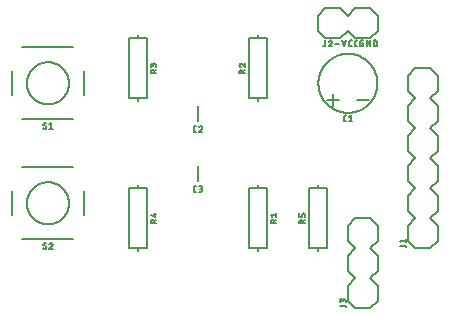
<source format=gbr>
G04 EAGLE Gerber RS-274X export*
G75*
%MOMM*%
%FSLAX34Y34*%
%LPD*%
%INSilkscreen Top*%
%IPPOS*%
%AMOC8*
5,1,8,0,0,1.08239X$1,22.5*%
G01*
%ADD10C,0.203200*%
%ADD11C,0.127000*%


D10*
X254000Y273050D02*
X254000Y285750D01*
D11*
X252504Y263779D02*
X251432Y263779D01*
X251367Y263781D01*
X251303Y263787D01*
X251239Y263797D01*
X251175Y263810D01*
X251113Y263828D01*
X251052Y263849D01*
X250992Y263873D01*
X250934Y263902D01*
X250877Y263934D01*
X250823Y263969D01*
X250771Y264007D01*
X250721Y264049D01*
X250674Y264093D01*
X250630Y264140D01*
X250588Y264190D01*
X250550Y264242D01*
X250515Y264296D01*
X250483Y264353D01*
X250454Y264411D01*
X250430Y264471D01*
X250409Y264532D01*
X250391Y264594D01*
X250378Y264658D01*
X250368Y264722D01*
X250362Y264786D01*
X250360Y264851D01*
X250359Y264851D02*
X250359Y267533D01*
X250360Y267533D02*
X250362Y267598D01*
X250368Y267662D01*
X250378Y267726D01*
X250391Y267790D01*
X250409Y267852D01*
X250430Y267913D01*
X250454Y267973D01*
X250483Y268031D01*
X250515Y268088D01*
X250550Y268142D01*
X250588Y268194D01*
X250630Y268244D01*
X250674Y268291D01*
X250721Y268335D01*
X250771Y268377D01*
X250823Y268415D01*
X250877Y268450D01*
X250934Y268482D01*
X250992Y268511D01*
X251052Y268535D01*
X251113Y268556D01*
X251175Y268574D01*
X251239Y268587D01*
X251303Y268597D01*
X251367Y268603D01*
X251432Y268605D01*
X252504Y268605D01*
X256434Y268605D02*
X256502Y268603D01*
X256569Y268597D01*
X256636Y268588D01*
X256703Y268575D01*
X256768Y268558D01*
X256833Y268537D01*
X256896Y268513D01*
X256958Y268485D01*
X257018Y268454D01*
X257076Y268420D01*
X257132Y268382D01*
X257187Y268342D01*
X257238Y268298D01*
X257287Y268251D01*
X257334Y268202D01*
X257378Y268151D01*
X257418Y268096D01*
X257456Y268040D01*
X257490Y267982D01*
X257521Y267922D01*
X257549Y267860D01*
X257573Y267797D01*
X257594Y267732D01*
X257611Y267667D01*
X257624Y267600D01*
X257633Y267533D01*
X257639Y267466D01*
X257641Y267398D01*
X256434Y268605D02*
X256356Y268603D01*
X256278Y268597D01*
X256201Y268587D01*
X256124Y268574D01*
X256048Y268556D01*
X255973Y268535D01*
X255899Y268510D01*
X255827Y268481D01*
X255756Y268449D01*
X255687Y268413D01*
X255619Y268374D01*
X255554Y268331D01*
X255491Y268285D01*
X255430Y268236D01*
X255372Y268184D01*
X255317Y268129D01*
X255264Y268072D01*
X255215Y268012D01*
X255168Y267949D01*
X255125Y267885D01*
X255085Y267818D01*
X255048Y267749D01*
X255015Y267678D01*
X254985Y267606D01*
X254959Y267533D01*
X257239Y266460D02*
X257288Y266509D01*
X257335Y266561D01*
X257378Y266616D01*
X257419Y266673D01*
X257457Y266732D01*
X257491Y266793D01*
X257522Y266856D01*
X257550Y266920D01*
X257574Y266986D01*
X257594Y267052D01*
X257611Y267120D01*
X257624Y267189D01*
X257633Y267258D01*
X257639Y267328D01*
X257641Y267398D01*
X257239Y266460D02*
X254960Y263779D01*
X257641Y263779D01*
D10*
X254000Y234950D02*
X254000Y222250D01*
D11*
X252504Y212979D02*
X251432Y212979D01*
X251367Y212981D01*
X251303Y212987D01*
X251239Y212997D01*
X251175Y213010D01*
X251113Y213028D01*
X251052Y213049D01*
X250992Y213073D01*
X250934Y213102D01*
X250877Y213134D01*
X250823Y213169D01*
X250771Y213207D01*
X250721Y213249D01*
X250674Y213293D01*
X250630Y213340D01*
X250588Y213390D01*
X250550Y213442D01*
X250515Y213496D01*
X250483Y213553D01*
X250454Y213611D01*
X250430Y213671D01*
X250409Y213732D01*
X250391Y213794D01*
X250378Y213858D01*
X250368Y213922D01*
X250362Y213986D01*
X250360Y214051D01*
X250359Y214051D02*
X250359Y216733D01*
X250360Y216733D02*
X250362Y216798D01*
X250368Y216862D01*
X250378Y216926D01*
X250391Y216990D01*
X250409Y217052D01*
X250430Y217113D01*
X250454Y217173D01*
X250483Y217231D01*
X250515Y217288D01*
X250550Y217342D01*
X250588Y217394D01*
X250630Y217444D01*
X250674Y217491D01*
X250721Y217535D01*
X250771Y217577D01*
X250823Y217615D01*
X250877Y217650D01*
X250934Y217682D01*
X250992Y217711D01*
X251052Y217735D01*
X251113Y217756D01*
X251175Y217774D01*
X251239Y217787D01*
X251303Y217797D01*
X251367Y217803D01*
X251432Y217805D01*
X252504Y217805D01*
X254960Y212979D02*
X256300Y212979D01*
X256371Y212981D01*
X256443Y212987D01*
X256513Y212996D01*
X256583Y213009D01*
X256653Y213026D01*
X256721Y213047D01*
X256788Y213071D01*
X256854Y213099D01*
X256918Y213130D01*
X256981Y213165D01*
X257041Y213203D01*
X257100Y213244D01*
X257156Y213288D01*
X257210Y213335D01*
X257261Y213384D01*
X257309Y213437D01*
X257355Y213492D01*
X257397Y213549D01*
X257437Y213609D01*
X257473Y213670D01*
X257506Y213734D01*
X257535Y213799D01*
X257561Y213865D01*
X257584Y213933D01*
X257603Y214002D01*
X257618Y214072D01*
X257629Y214142D01*
X257637Y214213D01*
X257641Y214284D01*
X257641Y214356D01*
X257637Y214427D01*
X257629Y214498D01*
X257618Y214568D01*
X257603Y214638D01*
X257584Y214707D01*
X257561Y214775D01*
X257535Y214841D01*
X257506Y214906D01*
X257473Y214970D01*
X257437Y215031D01*
X257397Y215091D01*
X257355Y215148D01*
X257309Y215203D01*
X257261Y215256D01*
X257210Y215305D01*
X257156Y215352D01*
X257100Y215396D01*
X257041Y215437D01*
X256981Y215475D01*
X256918Y215510D01*
X256854Y215541D01*
X256788Y215569D01*
X256721Y215593D01*
X256653Y215614D01*
X256583Y215631D01*
X256513Y215644D01*
X256443Y215653D01*
X256371Y215659D01*
X256300Y215661D01*
X256568Y217805D02*
X254960Y217805D01*
X256568Y217805D02*
X256633Y217803D01*
X256697Y217797D01*
X256761Y217787D01*
X256825Y217774D01*
X256887Y217756D01*
X256948Y217735D01*
X257008Y217711D01*
X257066Y217682D01*
X257123Y217650D01*
X257177Y217615D01*
X257229Y217577D01*
X257279Y217535D01*
X257326Y217491D01*
X257370Y217444D01*
X257412Y217394D01*
X257450Y217342D01*
X257485Y217288D01*
X257517Y217231D01*
X257546Y217173D01*
X257570Y217113D01*
X257591Y217052D01*
X257609Y216990D01*
X257622Y216926D01*
X257632Y216862D01*
X257638Y216798D01*
X257640Y216733D01*
X257638Y216668D01*
X257632Y216604D01*
X257622Y216540D01*
X257609Y216476D01*
X257591Y216414D01*
X257570Y216353D01*
X257546Y216293D01*
X257517Y216235D01*
X257485Y216178D01*
X257450Y216124D01*
X257412Y216072D01*
X257370Y216022D01*
X257326Y215975D01*
X257279Y215931D01*
X257229Y215889D01*
X257177Y215851D01*
X257123Y215816D01*
X257066Y215784D01*
X257008Y215755D01*
X256948Y215731D01*
X256887Y215710D01*
X256825Y215692D01*
X256761Y215679D01*
X256697Y215669D01*
X256633Y215663D01*
X256568Y215661D01*
X256568Y215660D02*
X255496Y215660D01*
D10*
X431800Y298450D02*
X438150Y292100D01*
X431800Y298450D02*
X431800Y311150D01*
X438150Y317500D01*
X450850Y317500D02*
X457200Y311150D01*
X457200Y298450D01*
X450850Y292100D01*
X431800Y260350D02*
X431800Y247650D01*
X431800Y260350D02*
X438150Y266700D01*
X450850Y266700D02*
X457200Y260350D01*
X438150Y266700D02*
X431800Y273050D01*
X431800Y285750D01*
X438150Y292100D01*
X450850Y292100D02*
X457200Y285750D01*
X457200Y273050D01*
X450850Y266700D01*
X431800Y222250D02*
X438150Y215900D01*
X431800Y222250D02*
X431800Y234950D01*
X438150Y241300D01*
X450850Y241300D02*
X457200Y234950D01*
X457200Y222250D01*
X450850Y215900D01*
X438150Y241300D02*
X431800Y247650D01*
X450850Y241300D02*
X457200Y247650D01*
X457200Y260350D01*
X431800Y184150D02*
X431800Y171450D01*
X431800Y184150D02*
X438150Y190500D01*
X450850Y190500D02*
X457200Y184150D01*
X438150Y190500D02*
X431800Y196850D01*
X431800Y209550D01*
X438150Y215900D01*
X450850Y215900D02*
X457200Y209550D01*
X457200Y196850D01*
X450850Y190500D01*
X450850Y165100D02*
X438150Y165100D01*
X431800Y171450D01*
X450850Y165100D02*
X457200Y171450D01*
X457200Y184150D01*
X450850Y317500D02*
X438150Y317500D01*
D11*
X428823Y167344D02*
X425069Y167344D01*
X428823Y167343D02*
X428888Y167341D01*
X428952Y167335D01*
X429016Y167325D01*
X429080Y167312D01*
X429142Y167294D01*
X429203Y167273D01*
X429263Y167249D01*
X429321Y167220D01*
X429378Y167188D01*
X429432Y167153D01*
X429484Y167115D01*
X429534Y167073D01*
X429581Y167029D01*
X429625Y166982D01*
X429667Y166932D01*
X429705Y166880D01*
X429740Y166826D01*
X429772Y166769D01*
X429801Y166711D01*
X429825Y166651D01*
X429846Y166590D01*
X429864Y166528D01*
X429877Y166464D01*
X429887Y166400D01*
X429893Y166336D01*
X429895Y166271D01*
X429895Y165735D01*
X426141Y170292D02*
X425069Y171632D01*
X429895Y171632D01*
X429895Y170292D02*
X429895Y172973D01*
D10*
X400050Y342900D02*
X387350Y342900D01*
X381000Y349250D01*
X381000Y361950D02*
X387350Y368300D01*
X381000Y349250D02*
X374650Y342900D01*
X361950Y342900D01*
X355600Y349250D01*
X355600Y361950D02*
X361950Y368300D01*
X374650Y368300D01*
X381000Y361950D01*
X406400Y361950D02*
X406400Y349250D01*
X400050Y342900D01*
X406400Y361950D02*
X400050Y368300D01*
X387350Y368300D01*
X355600Y361950D02*
X355600Y349250D01*
D11*
X361914Y340995D02*
X361914Y337241D01*
X361912Y337176D01*
X361906Y337112D01*
X361896Y337048D01*
X361883Y336984D01*
X361865Y336922D01*
X361844Y336861D01*
X361820Y336801D01*
X361791Y336743D01*
X361759Y336686D01*
X361724Y336632D01*
X361686Y336580D01*
X361644Y336530D01*
X361600Y336483D01*
X361553Y336439D01*
X361503Y336397D01*
X361451Y336359D01*
X361397Y336324D01*
X361340Y336292D01*
X361282Y336263D01*
X361222Y336239D01*
X361161Y336218D01*
X361099Y336200D01*
X361035Y336187D01*
X360971Y336177D01*
X360907Y336171D01*
X360842Y336169D01*
X360306Y336169D01*
X366337Y340995D02*
X366405Y340993D01*
X366472Y340987D01*
X366539Y340978D01*
X366606Y340965D01*
X366671Y340948D01*
X366736Y340927D01*
X366799Y340903D01*
X366861Y340875D01*
X366921Y340844D01*
X366979Y340810D01*
X367035Y340772D01*
X367090Y340732D01*
X367141Y340688D01*
X367190Y340641D01*
X367237Y340592D01*
X367281Y340541D01*
X367321Y340486D01*
X367359Y340430D01*
X367393Y340372D01*
X367424Y340312D01*
X367452Y340250D01*
X367476Y340187D01*
X367497Y340122D01*
X367514Y340057D01*
X367527Y339990D01*
X367536Y339923D01*
X367542Y339856D01*
X367544Y339788D01*
X366337Y340995D02*
X366259Y340993D01*
X366181Y340987D01*
X366104Y340977D01*
X366027Y340964D01*
X365951Y340946D01*
X365876Y340925D01*
X365802Y340900D01*
X365730Y340871D01*
X365659Y340839D01*
X365590Y340803D01*
X365522Y340764D01*
X365457Y340721D01*
X365394Y340675D01*
X365333Y340626D01*
X365275Y340574D01*
X365220Y340519D01*
X365167Y340462D01*
X365118Y340402D01*
X365071Y340339D01*
X365028Y340275D01*
X364988Y340208D01*
X364951Y340139D01*
X364918Y340068D01*
X364888Y339996D01*
X364862Y339923D01*
X367141Y338850D02*
X367190Y338899D01*
X367237Y338951D01*
X367280Y339006D01*
X367321Y339063D01*
X367359Y339122D01*
X367393Y339183D01*
X367424Y339246D01*
X367452Y339310D01*
X367476Y339376D01*
X367496Y339442D01*
X367513Y339510D01*
X367526Y339579D01*
X367535Y339648D01*
X367541Y339718D01*
X367543Y339788D01*
X367141Y338850D02*
X364862Y336169D01*
X367543Y336169D01*
X370446Y338046D02*
X373663Y338046D01*
X376298Y340995D02*
X377907Y336169D01*
X379516Y340995D01*
X383096Y336169D02*
X384169Y336169D01*
X383096Y336169D02*
X383031Y336171D01*
X382967Y336177D01*
X382903Y336187D01*
X382839Y336200D01*
X382777Y336218D01*
X382716Y336239D01*
X382656Y336263D01*
X382598Y336292D01*
X382541Y336324D01*
X382487Y336359D01*
X382435Y336397D01*
X382385Y336439D01*
X382338Y336483D01*
X382294Y336530D01*
X382252Y336580D01*
X382214Y336632D01*
X382179Y336686D01*
X382147Y336743D01*
X382118Y336801D01*
X382094Y336861D01*
X382073Y336922D01*
X382055Y336984D01*
X382042Y337048D01*
X382032Y337112D01*
X382026Y337176D01*
X382024Y337241D01*
X382024Y339923D01*
X382025Y339923D02*
X382027Y339988D01*
X382033Y340052D01*
X382043Y340116D01*
X382056Y340180D01*
X382074Y340242D01*
X382095Y340303D01*
X382119Y340363D01*
X382148Y340421D01*
X382180Y340478D01*
X382215Y340532D01*
X382253Y340584D01*
X382295Y340634D01*
X382339Y340681D01*
X382386Y340725D01*
X382436Y340767D01*
X382488Y340805D01*
X382542Y340840D01*
X382599Y340872D01*
X382657Y340901D01*
X382717Y340925D01*
X382778Y340946D01*
X382840Y340964D01*
X382904Y340977D01*
X382968Y340987D01*
X383032Y340993D01*
X383097Y340995D01*
X383096Y340995D02*
X384169Y340995D01*
X387668Y336169D02*
X388741Y336169D01*
X387668Y336169D02*
X387603Y336171D01*
X387539Y336177D01*
X387475Y336187D01*
X387411Y336200D01*
X387349Y336218D01*
X387288Y336239D01*
X387228Y336263D01*
X387170Y336292D01*
X387113Y336324D01*
X387059Y336359D01*
X387007Y336397D01*
X386957Y336439D01*
X386910Y336483D01*
X386866Y336530D01*
X386824Y336580D01*
X386786Y336632D01*
X386751Y336686D01*
X386719Y336743D01*
X386690Y336801D01*
X386666Y336861D01*
X386645Y336922D01*
X386627Y336984D01*
X386614Y337048D01*
X386604Y337112D01*
X386598Y337176D01*
X386596Y337241D01*
X386596Y339923D01*
X386598Y339988D01*
X386604Y340052D01*
X386614Y340116D01*
X386627Y340180D01*
X386645Y340242D01*
X386666Y340303D01*
X386690Y340363D01*
X386719Y340421D01*
X386751Y340478D01*
X386786Y340532D01*
X386824Y340584D01*
X386866Y340634D01*
X386910Y340681D01*
X386957Y340725D01*
X387007Y340767D01*
X387059Y340805D01*
X387113Y340840D01*
X387170Y340872D01*
X387228Y340901D01*
X387288Y340925D01*
X387349Y340946D01*
X387411Y340964D01*
X387475Y340977D01*
X387539Y340987D01*
X387603Y340993D01*
X387668Y340995D01*
X388741Y340995D01*
X393256Y338850D02*
X394061Y338850D01*
X394061Y336169D01*
X392452Y336169D01*
X392387Y336171D01*
X392323Y336177D01*
X392259Y336187D01*
X392195Y336200D01*
X392133Y336218D01*
X392072Y336239D01*
X392012Y336263D01*
X391954Y336292D01*
X391897Y336324D01*
X391843Y336359D01*
X391791Y336397D01*
X391741Y336439D01*
X391694Y336483D01*
X391650Y336530D01*
X391608Y336580D01*
X391570Y336632D01*
X391535Y336686D01*
X391503Y336743D01*
X391474Y336801D01*
X391450Y336861D01*
X391429Y336922D01*
X391411Y336984D01*
X391398Y337048D01*
X391388Y337112D01*
X391382Y337176D01*
X391380Y337241D01*
X391380Y339923D01*
X391382Y339988D01*
X391388Y340052D01*
X391398Y340116D01*
X391411Y340180D01*
X391429Y340242D01*
X391450Y340303D01*
X391474Y340363D01*
X391503Y340421D01*
X391535Y340478D01*
X391570Y340532D01*
X391608Y340584D01*
X391650Y340634D01*
X391694Y340681D01*
X391741Y340725D01*
X391791Y340767D01*
X391843Y340805D01*
X391897Y340840D01*
X391954Y340872D01*
X392012Y340901D01*
X392072Y340925D01*
X392133Y340946D01*
X392195Y340964D01*
X392259Y340977D01*
X392323Y340987D01*
X392387Y340993D01*
X392452Y340995D01*
X394061Y340995D01*
X397232Y340995D02*
X397232Y336169D01*
X399913Y336169D02*
X397232Y340995D01*
X399913Y340995D02*
X399913Y336169D01*
X403084Y336169D02*
X403084Y340995D01*
X404424Y340995D01*
X404494Y340993D01*
X404564Y340988D01*
X404634Y340978D01*
X404703Y340966D01*
X404771Y340949D01*
X404838Y340929D01*
X404905Y340906D01*
X404969Y340879D01*
X405033Y340849D01*
X405095Y340815D01*
X405154Y340779D01*
X405212Y340739D01*
X405268Y340696D01*
X405321Y340651D01*
X405372Y340602D01*
X405421Y340551D01*
X405466Y340498D01*
X405509Y340442D01*
X405549Y340384D01*
X405585Y340325D01*
X405619Y340263D01*
X405649Y340199D01*
X405676Y340135D01*
X405699Y340068D01*
X405719Y340001D01*
X405736Y339933D01*
X405748Y339864D01*
X405758Y339794D01*
X405763Y339724D01*
X405765Y339654D01*
X405765Y337510D01*
X405763Y337440D01*
X405758Y337370D01*
X405748Y337300D01*
X405736Y337231D01*
X405719Y337163D01*
X405699Y337096D01*
X405676Y337029D01*
X405649Y336965D01*
X405619Y336901D01*
X405585Y336839D01*
X405549Y336780D01*
X405509Y336722D01*
X405466Y336666D01*
X405421Y336613D01*
X405372Y336562D01*
X405321Y336513D01*
X405268Y336468D01*
X405212Y336425D01*
X405154Y336385D01*
X405094Y336349D01*
X405033Y336315D01*
X404969Y336285D01*
X404905Y336258D01*
X404838Y336235D01*
X404771Y336215D01*
X404703Y336198D01*
X404634Y336186D01*
X404564Y336176D01*
X404494Y336171D01*
X404424Y336169D01*
X403084Y336169D01*
D10*
X381000Y171450D02*
X387350Y165100D01*
X381000Y171450D02*
X381000Y184150D01*
X387350Y190500D01*
X400050Y190500D02*
X406400Y184150D01*
X406400Y171450D01*
X400050Y165100D01*
X381000Y133350D02*
X381000Y120650D01*
X381000Y133350D02*
X387350Y139700D01*
X400050Y139700D02*
X406400Y133350D01*
X387350Y139700D02*
X381000Y146050D01*
X381000Y158750D01*
X387350Y165100D01*
X400050Y165100D02*
X406400Y158750D01*
X406400Y146050D01*
X400050Y139700D01*
X400050Y114300D02*
X387350Y114300D01*
X381000Y120650D01*
X400050Y114300D02*
X406400Y120650D01*
X406400Y133350D01*
X400050Y190500D02*
X387350Y190500D01*
D11*
X378023Y116544D02*
X374269Y116544D01*
X378023Y116543D02*
X378088Y116541D01*
X378152Y116535D01*
X378216Y116525D01*
X378280Y116512D01*
X378342Y116494D01*
X378403Y116473D01*
X378463Y116449D01*
X378521Y116420D01*
X378578Y116388D01*
X378632Y116353D01*
X378684Y116315D01*
X378734Y116273D01*
X378781Y116229D01*
X378825Y116182D01*
X378867Y116132D01*
X378905Y116080D01*
X378940Y116026D01*
X378972Y115969D01*
X379001Y115911D01*
X379025Y115851D01*
X379046Y115790D01*
X379064Y115728D01*
X379077Y115664D01*
X379087Y115600D01*
X379093Y115536D01*
X379095Y115471D01*
X379095Y114935D01*
X379095Y119492D02*
X379095Y120832D01*
X379093Y120903D01*
X379087Y120975D01*
X379078Y121045D01*
X379065Y121115D01*
X379048Y121185D01*
X379027Y121253D01*
X379003Y121320D01*
X378975Y121386D01*
X378944Y121450D01*
X378909Y121513D01*
X378871Y121573D01*
X378830Y121632D01*
X378786Y121688D01*
X378739Y121742D01*
X378690Y121793D01*
X378637Y121841D01*
X378582Y121887D01*
X378525Y121929D01*
X378465Y121969D01*
X378404Y122005D01*
X378340Y122038D01*
X378275Y122067D01*
X378209Y122093D01*
X378141Y122116D01*
X378072Y122135D01*
X378002Y122150D01*
X377932Y122161D01*
X377861Y122169D01*
X377790Y122173D01*
X377718Y122173D01*
X377647Y122169D01*
X377576Y122161D01*
X377506Y122150D01*
X377436Y122135D01*
X377367Y122116D01*
X377299Y122093D01*
X377233Y122067D01*
X377168Y122038D01*
X377104Y122005D01*
X377043Y121969D01*
X376983Y121929D01*
X376926Y121887D01*
X376871Y121841D01*
X376818Y121793D01*
X376769Y121742D01*
X376722Y121688D01*
X376678Y121632D01*
X376637Y121573D01*
X376599Y121513D01*
X376564Y121450D01*
X376533Y121386D01*
X376505Y121320D01*
X376481Y121253D01*
X376460Y121185D01*
X376443Y121115D01*
X376430Y121045D01*
X376421Y120975D01*
X376415Y120903D01*
X376413Y120832D01*
X374269Y121100D02*
X374269Y119492D01*
X374269Y121100D02*
X374271Y121165D01*
X374277Y121229D01*
X374287Y121293D01*
X374300Y121357D01*
X374318Y121419D01*
X374339Y121480D01*
X374363Y121540D01*
X374392Y121598D01*
X374424Y121655D01*
X374459Y121709D01*
X374497Y121761D01*
X374539Y121811D01*
X374583Y121858D01*
X374630Y121902D01*
X374680Y121944D01*
X374732Y121982D01*
X374786Y122017D01*
X374843Y122049D01*
X374901Y122078D01*
X374961Y122102D01*
X375022Y122123D01*
X375084Y122141D01*
X375148Y122154D01*
X375212Y122164D01*
X375276Y122170D01*
X375341Y122172D01*
X375406Y122170D01*
X375470Y122164D01*
X375534Y122154D01*
X375598Y122141D01*
X375660Y122123D01*
X375721Y122102D01*
X375781Y122078D01*
X375839Y122049D01*
X375896Y122017D01*
X375950Y121982D01*
X376002Y121944D01*
X376052Y121902D01*
X376099Y121858D01*
X376143Y121811D01*
X376185Y121761D01*
X376223Y121709D01*
X376258Y121655D01*
X376290Y121598D01*
X376319Y121540D01*
X376343Y121480D01*
X376364Y121419D01*
X376382Y121357D01*
X376395Y121293D01*
X376405Y121229D01*
X376411Y121165D01*
X376413Y121100D01*
X376414Y121100D02*
X376414Y120028D01*
D10*
X312420Y165100D02*
X312420Y215900D01*
X312420Y165100D02*
X304800Y165100D01*
X297180Y165100D01*
X297180Y215900D01*
X304800Y215900D01*
X312420Y215900D01*
X304800Y165100D02*
X304800Y162560D01*
X304800Y215900D02*
X304800Y218440D01*
D11*
X315595Y186448D02*
X320421Y186448D01*
X315595Y186448D02*
X315595Y187789D01*
X315597Y187860D01*
X315603Y187932D01*
X315612Y188002D01*
X315625Y188072D01*
X315642Y188142D01*
X315663Y188210D01*
X315687Y188277D01*
X315715Y188343D01*
X315746Y188407D01*
X315781Y188470D01*
X315819Y188530D01*
X315860Y188589D01*
X315904Y188645D01*
X315951Y188699D01*
X316000Y188750D01*
X316053Y188798D01*
X316108Y188844D01*
X316165Y188886D01*
X316225Y188926D01*
X316286Y188962D01*
X316350Y188995D01*
X316415Y189024D01*
X316481Y189050D01*
X316549Y189073D01*
X316618Y189092D01*
X316688Y189107D01*
X316758Y189118D01*
X316829Y189126D01*
X316900Y189130D01*
X316972Y189130D01*
X317043Y189126D01*
X317114Y189118D01*
X317184Y189107D01*
X317254Y189092D01*
X317323Y189073D01*
X317391Y189050D01*
X317457Y189024D01*
X317522Y188995D01*
X317586Y188962D01*
X317647Y188926D01*
X317707Y188886D01*
X317764Y188844D01*
X317819Y188798D01*
X317872Y188750D01*
X317921Y188699D01*
X317968Y188645D01*
X318012Y188589D01*
X318053Y188530D01*
X318091Y188470D01*
X318126Y188407D01*
X318157Y188343D01*
X318185Y188277D01*
X318209Y188210D01*
X318230Y188142D01*
X318247Y188072D01*
X318260Y188002D01*
X318269Y187932D01*
X318275Y187860D01*
X318277Y187789D01*
X318276Y187789D02*
X318276Y186448D01*
X318276Y188057D02*
X320421Y189129D01*
X316667Y191871D02*
X315595Y193211D01*
X320421Y193211D01*
X320421Y191871D02*
X320421Y194552D01*
D10*
X297180Y292100D02*
X297180Y342900D01*
X304800Y342900D01*
X312420Y342900D01*
X312420Y292100D01*
X304800Y292100D01*
X297180Y292100D01*
X304800Y342900D02*
X304800Y345440D01*
X304800Y292100D02*
X304800Y289560D01*
D11*
X294005Y313448D02*
X289179Y313448D01*
X289179Y314789D01*
X289181Y314860D01*
X289187Y314932D01*
X289196Y315002D01*
X289209Y315072D01*
X289226Y315142D01*
X289247Y315210D01*
X289271Y315277D01*
X289299Y315343D01*
X289330Y315407D01*
X289365Y315470D01*
X289403Y315530D01*
X289444Y315589D01*
X289488Y315645D01*
X289535Y315699D01*
X289584Y315750D01*
X289637Y315798D01*
X289692Y315844D01*
X289749Y315886D01*
X289809Y315926D01*
X289870Y315962D01*
X289934Y315995D01*
X289999Y316024D01*
X290065Y316050D01*
X290133Y316073D01*
X290202Y316092D01*
X290272Y316107D01*
X290342Y316118D01*
X290413Y316126D01*
X290484Y316130D01*
X290556Y316130D01*
X290627Y316126D01*
X290698Y316118D01*
X290768Y316107D01*
X290838Y316092D01*
X290907Y316073D01*
X290975Y316050D01*
X291041Y316024D01*
X291106Y315995D01*
X291170Y315962D01*
X291231Y315926D01*
X291291Y315886D01*
X291348Y315844D01*
X291403Y315798D01*
X291456Y315750D01*
X291505Y315699D01*
X291552Y315645D01*
X291596Y315589D01*
X291637Y315530D01*
X291675Y315470D01*
X291710Y315407D01*
X291741Y315343D01*
X291769Y315277D01*
X291793Y315210D01*
X291814Y315142D01*
X291831Y315072D01*
X291844Y315002D01*
X291853Y314932D01*
X291859Y314860D01*
X291861Y314789D01*
X291860Y314789D02*
X291860Y313448D01*
X291860Y315057D02*
X294005Y316129D01*
X289179Y320345D02*
X289181Y320413D01*
X289187Y320480D01*
X289196Y320547D01*
X289209Y320614D01*
X289226Y320679D01*
X289247Y320744D01*
X289271Y320807D01*
X289299Y320869D01*
X289330Y320929D01*
X289364Y320987D01*
X289402Y321043D01*
X289442Y321098D01*
X289486Y321149D01*
X289533Y321198D01*
X289582Y321245D01*
X289633Y321289D01*
X289688Y321329D01*
X289744Y321367D01*
X289802Y321401D01*
X289862Y321432D01*
X289924Y321460D01*
X289987Y321484D01*
X290052Y321505D01*
X290117Y321522D01*
X290184Y321535D01*
X290251Y321544D01*
X290318Y321550D01*
X290386Y321552D01*
X289179Y320345D02*
X289181Y320267D01*
X289187Y320189D01*
X289197Y320112D01*
X289210Y320035D01*
X289228Y319959D01*
X289249Y319884D01*
X289274Y319810D01*
X289303Y319738D01*
X289335Y319667D01*
X289371Y319598D01*
X289410Y319530D01*
X289453Y319465D01*
X289499Y319402D01*
X289548Y319341D01*
X289600Y319283D01*
X289655Y319228D01*
X289712Y319175D01*
X289772Y319126D01*
X289835Y319079D01*
X289900Y319036D01*
X289966Y318996D01*
X290035Y318959D01*
X290106Y318926D01*
X290178Y318896D01*
X290252Y318870D01*
X291324Y321150D02*
X291275Y321199D01*
X291223Y321246D01*
X291168Y321289D01*
X291111Y321330D01*
X291052Y321368D01*
X290991Y321402D01*
X290928Y321433D01*
X290864Y321461D01*
X290798Y321485D01*
X290732Y321505D01*
X290664Y321522D01*
X290595Y321535D01*
X290526Y321544D01*
X290456Y321550D01*
X290386Y321552D01*
X291324Y321150D02*
X294005Y318871D01*
X294005Y321552D01*
D10*
X210820Y342900D02*
X210820Y292100D01*
X203200Y292100D01*
X195580Y292100D01*
X195580Y342900D01*
X203200Y342900D01*
X210820Y342900D01*
X203200Y292100D02*
X203200Y289560D01*
X203200Y342900D02*
X203200Y345440D01*
D11*
X213995Y313448D02*
X218821Y313448D01*
X213995Y313448D02*
X213995Y314789D01*
X213997Y314860D01*
X214003Y314932D01*
X214012Y315002D01*
X214025Y315072D01*
X214042Y315142D01*
X214063Y315210D01*
X214087Y315277D01*
X214115Y315343D01*
X214146Y315407D01*
X214181Y315470D01*
X214219Y315530D01*
X214260Y315589D01*
X214304Y315645D01*
X214351Y315699D01*
X214400Y315750D01*
X214453Y315798D01*
X214508Y315844D01*
X214565Y315886D01*
X214625Y315926D01*
X214686Y315962D01*
X214750Y315995D01*
X214815Y316024D01*
X214881Y316050D01*
X214949Y316073D01*
X215018Y316092D01*
X215088Y316107D01*
X215158Y316118D01*
X215229Y316126D01*
X215300Y316130D01*
X215372Y316130D01*
X215443Y316126D01*
X215514Y316118D01*
X215584Y316107D01*
X215654Y316092D01*
X215723Y316073D01*
X215791Y316050D01*
X215857Y316024D01*
X215922Y315995D01*
X215986Y315962D01*
X216047Y315926D01*
X216107Y315886D01*
X216164Y315844D01*
X216219Y315798D01*
X216272Y315750D01*
X216321Y315699D01*
X216368Y315645D01*
X216412Y315589D01*
X216453Y315530D01*
X216491Y315470D01*
X216526Y315407D01*
X216557Y315343D01*
X216585Y315277D01*
X216609Y315210D01*
X216630Y315142D01*
X216647Y315072D01*
X216660Y315002D01*
X216669Y314932D01*
X216675Y314860D01*
X216677Y314789D01*
X216676Y314789D02*
X216676Y313448D01*
X216676Y315057D02*
X218821Y316129D01*
X218821Y318871D02*
X218821Y320211D01*
X218819Y320282D01*
X218813Y320354D01*
X218804Y320424D01*
X218791Y320494D01*
X218774Y320564D01*
X218753Y320632D01*
X218729Y320699D01*
X218701Y320765D01*
X218670Y320829D01*
X218635Y320892D01*
X218597Y320952D01*
X218556Y321011D01*
X218512Y321067D01*
X218465Y321121D01*
X218416Y321172D01*
X218363Y321220D01*
X218308Y321266D01*
X218251Y321308D01*
X218191Y321348D01*
X218130Y321384D01*
X218066Y321417D01*
X218001Y321446D01*
X217935Y321472D01*
X217867Y321495D01*
X217798Y321514D01*
X217728Y321529D01*
X217658Y321540D01*
X217587Y321548D01*
X217516Y321552D01*
X217444Y321552D01*
X217373Y321548D01*
X217302Y321540D01*
X217232Y321529D01*
X217162Y321514D01*
X217093Y321495D01*
X217025Y321472D01*
X216959Y321446D01*
X216894Y321417D01*
X216830Y321384D01*
X216769Y321348D01*
X216709Y321308D01*
X216652Y321266D01*
X216597Y321220D01*
X216544Y321172D01*
X216495Y321121D01*
X216448Y321067D01*
X216404Y321011D01*
X216363Y320952D01*
X216325Y320892D01*
X216290Y320829D01*
X216259Y320765D01*
X216231Y320699D01*
X216207Y320632D01*
X216186Y320564D01*
X216169Y320494D01*
X216156Y320424D01*
X216147Y320354D01*
X216141Y320282D01*
X216139Y320211D01*
X213995Y320479D02*
X213995Y318871D01*
X213995Y320479D02*
X213997Y320544D01*
X214003Y320608D01*
X214013Y320672D01*
X214026Y320736D01*
X214044Y320798D01*
X214065Y320859D01*
X214089Y320919D01*
X214118Y320977D01*
X214150Y321034D01*
X214185Y321088D01*
X214223Y321140D01*
X214265Y321190D01*
X214309Y321237D01*
X214356Y321281D01*
X214406Y321323D01*
X214458Y321361D01*
X214512Y321396D01*
X214569Y321428D01*
X214627Y321457D01*
X214687Y321481D01*
X214748Y321502D01*
X214810Y321520D01*
X214874Y321533D01*
X214938Y321543D01*
X215002Y321549D01*
X215067Y321551D01*
X215132Y321549D01*
X215196Y321543D01*
X215260Y321533D01*
X215324Y321520D01*
X215386Y321502D01*
X215447Y321481D01*
X215507Y321457D01*
X215565Y321428D01*
X215622Y321396D01*
X215676Y321361D01*
X215728Y321323D01*
X215778Y321281D01*
X215825Y321237D01*
X215869Y321190D01*
X215911Y321140D01*
X215949Y321088D01*
X215984Y321034D01*
X216016Y320977D01*
X216045Y320919D01*
X216069Y320859D01*
X216090Y320798D01*
X216108Y320736D01*
X216121Y320672D01*
X216131Y320608D01*
X216137Y320544D01*
X216139Y320479D01*
X216140Y320479D02*
X216140Y319407D01*
D10*
X210820Y215900D02*
X210820Y165100D01*
X203200Y165100D01*
X195580Y165100D01*
X195580Y215900D01*
X203200Y215900D01*
X210820Y215900D01*
X203200Y165100D02*
X203200Y162560D01*
X203200Y215900D02*
X203200Y218440D01*
D11*
X213995Y186448D02*
X218821Y186448D01*
X213995Y186448D02*
X213995Y187789D01*
X213997Y187860D01*
X214003Y187932D01*
X214012Y188002D01*
X214025Y188072D01*
X214042Y188142D01*
X214063Y188210D01*
X214087Y188277D01*
X214115Y188343D01*
X214146Y188407D01*
X214181Y188470D01*
X214219Y188530D01*
X214260Y188589D01*
X214304Y188645D01*
X214351Y188699D01*
X214400Y188750D01*
X214453Y188798D01*
X214508Y188844D01*
X214565Y188886D01*
X214625Y188926D01*
X214686Y188962D01*
X214750Y188995D01*
X214815Y189024D01*
X214881Y189050D01*
X214949Y189073D01*
X215018Y189092D01*
X215088Y189107D01*
X215158Y189118D01*
X215229Y189126D01*
X215300Y189130D01*
X215372Y189130D01*
X215443Y189126D01*
X215514Y189118D01*
X215584Y189107D01*
X215654Y189092D01*
X215723Y189073D01*
X215791Y189050D01*
X215857Y189024D01*
X215922Y188995D01*
X215986Y188962D01*
X216047Y188926D01*
X216107Y188886D01*
X216164Y188844D01*
X216219Y188798D01*
X216272Y188750D01*
X216321Y188699D01*
X216368Y188645D01*
X216412Y188589D01*
X216453Y188530D01*
X216491Y188470D01*
X216526Y188407D01*
X216557Y188343D01*
X216585Y188277D01*
X216609Y188210D01*
X216630Y188142D01*
X216647Y188072D01*
X216660Y188002D01*
X216669Y187932D01*
X216675Y187860D01*
X216677Y187789D01*
X216676Y187789D02*
X216676Y186448D01*
X216676Y188057D02*
X218821Y189129D01*
X217749Y191871D02*
X213995Y192943D01*
X217749Y191871D02*
X217749Y194552D01*
X216676Y193748D02*
X218821Y193748D01*
D10*
X347980Y215900D02*
X347980Y165100D01*
X347980Y215900D02*
X355600Y215900D01*
X363220Y215900D01*
X363220Y165100D01*
X355600Y165100D01*
X347980Y165100D01*
X355600Y215900D02*
X355600Y218440D01*
X355600Y165100D02*
X355600Y162560D01*
D11*
X344805Y186448D02*
X339979Y186448D01*
X339979Y187789D01*
X339981Y187860D01*
X339987Y187932D01*
X339996Y188002D01*
X340009Y188072D01*
X340026Y188142D01*
X340047Y188210D01*
X340071Y188277D01*
X340099Y188343D01*
X340130Y188407D01*
X340165Y188470D01*
X340203Y188530D01*
X340244Y188589D01*
X340288Y188645D01*
X340335Y188699D01*
X340384Y188750D01*
X340437Y188798D01*
X340492Y188844D01*
X340549Y188886D01*
X340609Y188926D01*
X340670Y188962D01*
X340734Y188995D01*
X340799Y189024D01*
X340865Y189050D01*
X340933Y189073D01*
X341002Y189092D01*
X341072Y189107D01*
X341142Y189118D01*
X341213Y189126D01*
X341284Y189130D01*
X341356Y189130D01*
X341427Y189126D01*
X341498Y189118D01*
X341568Y189107D01*
X341638Y189092D01*
X341707Y189073D01*
X341775Y189050D01*
X341841Y189024D01*
X341906Y188995D01*
X341970Y188962D01*
X342031Y188926D01*
X342091Y188886D01*
X342148Y188844D01*
X342203Y188798D01*
X342256Y188750D01*
X342305Y188699D01*
X342352Y188645D01*
X342396Y188589D01*
X342437Y188530D01*
X342475Y188470D01*
X342510Y188407D01*
X342541Y188343D01*
X342569Y188277D01*
X342593Y188210D01*
X342614Y188142D01*
X342631Y188072D01*
X342644Y188002D01*
X342653Y187932D01*
X342659Y187860D01*
X342661Y187789D01*
X342660Y187789D02*
X342660Y186448D01*
X342660Y188057D02*
X344805Y189129D01*
X344805Y191871D02*
X344805Y193479D01*
X344803Y193544D01*
X344797Y193608D01*
X344787Y193672D01*
X344774Y193736D01*
X344756Y193798D01*
X344735Y193859D01*
X344711Y193919D01*
X344682Y193977D01*
X344650Y194034D01*
X344615Y194088D01*
X344577Y194140D01*
X344535Y194190D01*
X344491Y194237D01*
X344444Y194281D01*
X344394Y194323D01*
X344342Y194361D01*
X344288Y194396D01*
X344231Y194428D01*
X344173Y194457D01*
X344113Y194481D01*
X344052Y194502D01*
X343990Y194520D01*
X343926Y194533D01*
X343862Y194543D01*
X343798Y194549D01*
X343733Y194551D01*
X343733Y194552D02*
X343196Y194552D01*
X343196Y194551D02*
X343131Y194549D01*
X343067Y194543D01*
X343003Y194533D01*
X342939Y194520D01*
X342877Y194502D01*
X342816Y194481D01*
X342756Y194457D01*
X342698Y194428D01*
X342641Y194396D01*
X342587Y194361D01*
X342535Y194323D01*
X342485Y194281D01*
X342438Y194237D01*
X342394Y194190D01*
X342352Y194140D01*
X342314Y194088D01*
X342279Y194034D01*
X342247Y193977D01*
X342218Y193919D01*
X342194Y193859D01*
X342173Y193798D01*
X342155Y193736D01*
X342142Y193672D01*
X342132Y193608D01*
X342126Y193544D01*
X342124Y193479D01*
X342124Y191871D01*
X339979Y191871D01*
X339979Y194552D01*
D10*
X148590Y274320D02*
X105410Y274320D01*
X105410Y335280D02*
X148590Y335280D01*
X96520Y314960D02*
X96520Y294820D01*
X157480Y294520D02*
X157480Y314960D01*
X109220Y304800D02*
X109225Y305236D01*
X109241Y305672D01*
X109268Y306108D01*
X109306Y306543D01*
X109354Y306976D01*
X109412Y307409D01*
X109482Y307840D01*
X109562Y308269D01*
X109652Y308696D01*
X109753Y309120D01*
X109864Y309542D01*
X109986Y309961D01*
X110117Y310377D01*
X110259Y310790D01*
X110411Y311199D01*
X110573Y311604D01*
X110745Y312005D01*
X110927Y312402D01*
X111118Y312794D01*
X111319Y313181D01*
X111530Y313564D01*
X111750Y313941D01*
X111979Y314312D01*
X112216Y314678D01*
X112463Y315038D01*
X112719Y315392D01*
X112983Y315739D01*
X113256Y316080D01*
X113537Y316413D01*
X113826Y316740D01*
X114123Y317060D01*
X114428Y317372D01*
X114740Y317677D01*
X115060Y317974D01*
X115387Y318263D01*
X115720Y318544D01*
X116061Y318817D01*
X116408Y319081D01*
X116762Y319337D01*
X117122Y319584D01*
X117488Y319821D01*
X117859Y320050D01*
X118236Y320270D01*
X118619Y320481D01*
X119006Y320682D01*
X119398Y320873D01*
X119795Y321055D01*
X120196Y321227D01*
X120601Y321389D01*
X121010Y321541D01*
X121423Y321683D01*
X121839Y321814D01*
X122258Y321936D01*
X122680Y322047D01*
X123104Y322148D01*
X123531Y322238D01*
X123960Y322318D01*
X124391Y322388D01*
X124824Y322446D01*
X125257Y322494D01*
X125692Y322532D01*
X126128Y322559D01*
X126564Y322575D01*
X127000Y322580D01*
X127436Y322575D01*
X127872Y322559D01*
X128308Y322532D01*
X128743Y322494D01*
X129176Y322446D01*
X129609Y322388D01*
X130040Y322318D01*
X130469Y322238D01*
X130896Y322148D01*
X131320Y322047D01*
X131742Y321936D01*
X132161Y321814D01*
X132577Y321683D01*
X132990Y321541D01*
X133399Y321389D01*
X133804Y321227D01*
X134205Y321055D01*
X134602Y320873D01*
X134994Y320682D01*
X135381Y320481D01*
X135764Y320270D01*
X136141Y320050D01*
X136512Y319821D01*
X136878Y319584D01*
X137238Y319337D01*
X137592Y319081D01*
X137939Y318817D01*
X138280Y318544D01*
X138613Y318263D01*
X138940Y317974D01*
X139260Y317677D01*
X139572Y317372D01*
X139877Y317060D01*
X140174Y316740D01*
X140463Y316413D01*
X140744Y316080D01*
X141017Y315739D01*
X141281Y315392D01*
X141537Y315038D01*
X141784Y314678D01*
X142021Y314312D01*
X142250Y313941D01*
X142470Y313564D01*
X142681Y313181D01*
X142882Y312794D01*
X143073Y312402D01*
X143255Y312005D01*
X143427Y311604D01*
X143589Y311199D01*
X143741Y310790D01*
X143883Y310377D01*
X144014Y309961D01*
X144136Y309542D01*
X144247Y309120D01*
X144348Y308696D01*
X144438Y308269D01*
X144518Y307840D01*
X144588Y307409D01*
X144646Y306976D01*
X144694Y306543D01*
X144732Y306108D01*
X144759Y305672D01*
X144775Y305236D01*
X144780Y304800D01*
X144775Y304364D01*
X144759Y303928D01*
X144732Y303492D01*
X144694Y303057D01*
X144646Y302624D01*
X144588Y302191D01*
X144518Y301760D01*
X144438Y301331D01*
X144348Y300904D01*
X144247Y300480D01*
X144136Y300058D01*
X144014Y299639D01*
X143883Y299223D01*
X143741Y298810D01*
X143589Y298401D01*
X143427Y297996D01*
X143255Y297595D01*
X143073Y297198D01*
X142882Y296806D01*
X142681Y296419D01*
X142470Y296036D01*
X142250Y295659D01*
X142021Y295288D01*
X141784Y294922D01*
X141537Y294562D01*
X141281Y294208D01*
X141017Y293861D01*
X140744Y293520D01*
X140463Y293187D01*
X140174Y292860D01*
X139877Y292540D01*
X139572Y292228D01*
X139260Y291923D01*
X138940Y291626D01*
X138613Y291337D01*
X138280Y291056D01*
X137939Y290783D01*
X137592Y290519D01*
X137238Y290263D01*
X136878Y290016D01*
X136512Y289779D01*
X136141Y289550D01*
X135764Y289330D01*
X135381Y289119D01*
X134994Y288918D01*
X134602Y288727D01*
X134205Y288545D01*
X133804Y288373D01*
X133399Y288211D01*
X132990Y288059D01*
X132577Y287917D01*
X132161Y287786D01*
X131742Y287664D01*
X131320Y287553D01*
X130896Y287452D01*
X130469Y287362D01*
X130040Y287282D01*
X129609Y287212D01*
X129176Y287154D01*
X128743Y287106D01*
X128308Y287068D01*
X127872Y287041D01*
X127436Y287025D01*
X127000Y287020D01*
X126564Y287025D01*
X126128Y287041D01*
X125692Y287068D01*
X125257Y287106D01*
X124824Y287154D01*
X124391Y287212D01*
X123960Y287282D01*
X123531Y287362D01*
X123104Y287452D01*
X122680Y287553D01*
X122258Y287664D01*
X121839Y287786D01*
X121423Y287917D01*
X121010Y288059D01*
X120601Y288211D01*
X120196Y288373D01*
X119795Y288545D01*
X119398Y288727D01*
X119006Y288918D01*
X118619Y289119D01*
X118236Y289330D01*
X117859Y289550D01*
X117488Y289779D01*
X117122Y290016D01*
X116762Y290263D01*
X116408Y290519D01*
X116061Y290783D01*
X115720Y291056D01*
X115387Y291337D01*
X115060Y291626D01*
X114740Y291923D01*
X114428Y292228D01*
X114123Y292540D01*
X113826Y292860D01*
X113537Y293187D01*
X113256Y293520D01*
X112983Y293861D01*
X112719Y294208D01*
X112463Y294562D01*
X112216Y294922D01*
X111979Y295288D01*
X111750Y295659D01*
X111530Y296036D01*
X111319Y296419D01*
X111118Y296806D01*
X110927Y297198D01*
X110745Y297595D01*
X110573Y297996D01*
X110411Y298401D01*
X110259Y298810D01*
X110117Y299223D01*
X109986Y299639D01*
X109864Y300058D01*
X109753Y300480D01*
X109652Y300904D01*
X109562Y301331D01*
X109482Y301760D01*
X109412Y302191D01*
X109354Y302624D01*
X109306Y303057D01*
X109268Y303492D01*
X109241Y303928D01*
X109225Y304364D01*
X109220Y304800D01*
D11*
X125688Y267391D02*
X125686Y267326D01*
X125680Y267262D01*
X125670Y267198D01*
X125657Y267134D01*
X125639Y267072D01*
X125618Y267011D01*
X125594Y266951D01*
X125565Y266893D01*
X125533Y266836D01*
X125498Y266782D01*
X125460Y266730D01*
X125418Y266680D01*
X125374Y266633D01*
X125327Y266589D01*
X125277Y266547D01*
X125225Y266509D01*
X125171Y266474D01*
X125114Y266442D01*
X125056Y266413D01*
X124996Y266389D01*
X124935Y266368D01*
X124873Y266350D01*
X124809Y266337D01*
X124745Y266327D01*
X124681Y266321D01*
X124616Y266319D01*
X124522Y266321D01*
X124428Y266327D01*
X124334Y266337D01*
X124241Y266350D01*
X124149Y266368D01*
X124057Y266389D01*
X123966Y266414D01*
X123876Y266443D01*
X123788Y266476D01*
X123701Y266512D01*
X123616Y266552D01*
X123532Y266595D01*
X123451Y266642D01*
X123371Y266692D01*
X123293Y266745D01*
X123218Y266802D01*
X123145Y266861D01*
X123075Y266924D01*
X123007Y266989D01*
X123142Y270073D02*
X123144Y270138D01*
X123150Y270202D01*
X123160Y270266D01*
X123173Y270330D01*
X123191Y270392D01*
X123212Y270453D01*
X123236Y270513D01*
X123265Y270571D01*
X123297Y270628D01*
X123332Y270682D01*
X123370Y270734D01*
X123412Y270784D01*
X123456Y270831D01*
X123503Y270875D01*
X123553Y270917D01*
X123605Y270955D01*
X123659Y270990D01*
X123716Y271022D01*
X123774Y271051D01*
X123834Y271075D01*
X123895Y271096D01*
X123957Y271114D01*
X124021Y271127D01*
X124085Y271137D01*
X124149Y271143D01*
X124214Y271145D01*
X124300Y271143D01*
X124386Y271138D01*
X124472Y271128D01*
X124557Y271115D01*
X124642Y271099D01*
X124726Y271079D01*
X124809Y271055D01*
X124891Y271028D01*
X124971Y270997D01*
X125051Y270963D01*
X125128Y270925D01*
X125204Y270884D01*
X125278Y270840D01*
X125350Y270793D01*
X125421Y270743D01*
X123678Y269135D02*
X123625Y269168D01*
X123574Y269205D01*
X123525Y269244D01*
X123478Y269286D01*
X123434Y269331D01*
X123393Y269378D01*
X123354Y269427D01*
X123318Y269479D01*
X123285Y269533D01*
X123256Y269588D01*
X123230Y269645D01*
X123207Y269704D01*
X123187Y269763D01*
X123171Y269824D01*
X123158Y269885D01*
X123149Y269948D01*
X123144Y270010D01*
X123142Y270073D01*
X125153Y268329D02*
X125206Y268296D01*
X125257Y268259D01*
X125306Y268220D01*
X125353Y268178D01*
X125397Y268133D01*
X125438Y268086D01*
X125477Y268037D01*
X125513Y267985D01*
X125546Y267931D01*
X125575Y267876D01*
X125601Y267819D01*
X125624Y267760D01*
X125644Y267701D01*
X125660Y267640D01*
X125673Y267579D01*
X125682Y267516D01*
X125687Y267454D01*
X125689Y267391D01*
X125153Y268330D02*
X123678Y269134D01*
X128311Y270073D02*
X129652Y271145D01*
X129652Y266319D01*
X130992Y266319D02*
X128311Y266319D01*
D10*
X148590Y172720D02*
X105410Y172720D01*
X105410Y233680D02*
X148590Y233680D01*
X96520Y213360D02*
X96520Y193220D01*
X157480Y192920D02*
X157480Y213360D01*
X109220Y203200D02*
X109225Y203636D01*
X109241Y204072D01*
X109268Y204508D01*
X109306Y204943D01*
X109354Y205376D01*
X109412Y205809D01*
X109482Y206240D01*
X109562Y206669D01*
X109652Y207096D01*
X109753Y207520D01*
X109864Y207942D01*
X109986Y208361D01*
X110117Y208777D01*
X110259Y209190D01*
X110411Y209599D01*
X110573Y210004D01*
X110745Y210405D01*
X110927Y210802D01*
X111118Y211194D01*
X111319Y211581D01*
X111530Y211964D01*
X111750Y212341D01*
X111979Y212712D01*
X112216Y213078D01*
X112463Y213438D01*
X112719Y213792D01*
X112983Y214139D01*
X113256Y214480D01*
X113537Y214813D01*
X113826Y215140D01*
X114123Y215460D01*
X114428Y215772D01*
X114740Y216077D01*
X115060Y216374D01*
X115387Y216663D01*
X115720Y216944D01*
X116061Y217217D01*
X116408Y217481D01*
X116762Y217737D01*
X117122Y217984D01*
X117488Y218221D01*
X117859Y218450D01*
X118236Y218670D01*
X118619Y218881D01*
X119006Y219082D01*
X119398Y219273D01*
X119795Y219455D01*
X120196Y219627D01*
X120601Y219789D01*
X121010Y219941D01*
X121423Y220083D01*
X121839Y220214D01*
X122258Y220336D01*
X122680Y220447D01*
X123104Y220548D01*
X123531Y220638D01*
X123960Y220718D01*
X124391Y220788D01*
X124824Y220846D01*
X125257Y220894D01*
X125692Y220932D01*
X126128Y220959D01*
X126564Y220975D01*
X127000Y220980D01*
X127436Y220975D01*
X127872Y220959D01*
X128308Y220932D01*
X128743Y220894D01*
X129176Y220846D01*
X129609Y220788D01*
X130040Y220718D01*
X130469Y220638D01*
X130896Y220548D01*
X131320Y220447D01*
X131742Y220336D01*
X132161Y220214D01*
X132577Y220083D01*
X132990Y219941D01*
X133399Y219789D01*
X133804Y219627D01*
X134205Y219455D01*
X134602Y219273D01*
X134994Y219082D01*
X135381Y218881D01*
X135764Y218670D01*
X136141Y218450D01*
X136512Y218221D01*
X136878Y217984D01*
X137238Y217737D01*
X137592Y217481D01*
X137939Y217217D01*
X138280Y216944D01*
X138613Y216663D01*
X138940Y216374D01*
X139260Y216077D01*
X139572Y215772D01*
X139877Y215460D01*
X140174Y215140D01*
X140463Y214813D01*
X140744Y214480D01*
X141017Y214139D01*
X141281Y213792D01*
X141537Y213438D01*
X141784Y213078D01*
X142021Y212712D01*
X142250Y212341D01*
X142470Y211964D01*
X142681Y211581D01*
X142882Y211194D01*
X143073Y210802D01*
X143255Y210405D01*
X143427Y210004D01*
X143589Y209599D01*
X143741Y209190D01*
X143883Y208777D01*
X144014Y208361D01*
X144136Y207942D01*
X144247Y207520D01*
X144348Y207096D01*
X144438Y206669D01*
X144518Y206240D01*
X144588Y205809D01*
X144646Y205376D01*
X144694Y204943D01*
X144732Y204508D01*
X144759Y204072D01*
X144775Y203636D01*
X144780Y203200D01*
X144775Y202764D01*
X144759Y202328D01*
X144732Y201892D01*
X144694Y201457D01*
X144646Y201024D01*
X144588Y200591D01*
X144518Y200160D01*
X144438Y199731D01*
X144348Y199304D01*
X144247Y198880D01*
X144136Y198458D01*
X144014Y198039D01*
X143883Y197623D01*
X143741Y197210D01*
X143589Y196801D01*
X143427Y196396D01*
X143255Y195995D01*
X143073Y195598D01*
X142882Y195206D01*
X142681Y194819D01*
X142470Y194436D01*
X142250Y194059D01*
X142021Y193688D01*
X141784Y193322D01*
X141537Y192962D01*
X141281Y192608D01*
X141017Y192261D01*
X140744Y191920D01*
X140463Y191587D01*
X140174Y191260D01*
X139877Y190940D01*
X139572Y190628D01*
X139260Y190323D01*
X138940Y190026D01*
X138613Y189737D01*
X138280Y189456D01*
X137939Y189183D01*
X137592Y188919D01*
X137238Y188663D01*
X136878Y188416D01*
X136512Y188179D01*
X136141Y187950D01*
X135764Y187730D01*
X135381Y187519D01*
X134994Y187318D01*
X134602Y187127D01*
X134205Y186945D01*
X133804Y186773D01*
X133399Y186611D01*
X132990Y186459D01*
X132577Y186317D01*
X132161Y186186D01*
X131742Y186064D01*
X131320Y185953D01*
X130896Y185852D01*
X130469Y185762D01*
X130040Y185682D01*
X129609Y185612D01*
X129176Y185554D01*
X128743Y185506D01*
X128308Y185468D01*
X127872Y185441D01*
X127436Y185425D01*
X127000Y185420D01*
X126564Y185425D01*
X126128Y185441D01*
X125692Y185468D01*
X125257Y185506D01*
X124824Y185554D01*
X124391Y185612D01*
X123960Y185682D01*
X123531Y185762D01*
X123104Y185852D01*
X122680Y185953D01*
X122258Y186064D01*
X121839Y186186D01*
X121423Y186317D01*
X121010Y186459D01*
X120601Y186611D01*
X120196Y186773D01*
X119795Y186945D01*
X119398Y187127D01*
X119006Y187318D01*
X118619Y187519D01*
X118236Y187730D01*
X117859Y187950D01*
X117488Y188179D01*
X117122Y188416D01*
X116762Y188663D01*
X116408Y188919D01*
X116061Y189183D01*
X115720Y189456D01*
X115387Y189737D01*
X115060Y190026D01*
X114740Y190323D01*
X114428Y190628D01*
X114123Y190940D01*
X113826Y191260D01*
X113537Y191587D01*
X113256Y191920D01*
X112983Y192261D01*
X112719Y192608D01*
X112463Y192962D01*
X112216Y193322D01*
X111979Y193688D01*
X111750Y194059D01*
X111530Y194436D01*
X111319Y194819D01*
X111118Y195206D01*
X110927Y195598D01*
X110745Y195995D01*
X110573Y196396D01*
X110411Y196801D01*
X110259Y197210D01*
X110117Y197623D01*
X109986Y198039D01*
X109864Y198458D01*
X109753Y198880D01*
X109652Y199304D01*
X109562Y199731D01*
X109482Y200160D01*
X109412Y200591D01*
X109354Y201024D01*
X109306Y201457D01*
X109268Y201892D01*
X109241Y202328D01*
X109225Y202764D01*
X109220Y203200D01*
D11*
X125688Y165791D02*
X125686Y165726D01*
X125680Y165662D01*
X125670Y165598D01*
X125657Y165534D01*
X125639Y165472D01*
X125618Y165411D01*
X125594Y165351D01*
X125565Y165293D01*
X125533Y165236D01*
X125498Y165182D01*
X125460Y165130D01*
X125418Y165080D01*
X125374Y165033D01*
X125327Y164989D01*
X125277Y164947D01*
X125225Y164909D01*
X125171Y164874D01*
X125114Y164842D01*
X125056Y164813D01*
X124996Y164789D01*
X124935Y164768D01*
X124873Y164750D01*
X124809Y164737D01*
X124745Y164727D01*
X124681Y164721D01*
X124616Y164719D01*
X124522Y164721D01*
X124428Y164727D01*
X124334Y164737D01*
X124241Y164750D01*
X124149Y164768D01*
X124057Y164789D01*
X123966Y164814D01*
X123876Y164843D01*
X123788Y164876D01*
X123701Y164912D01*
X123616Y164952D01*
X123532Y164995D01*
X123451Y165042D01*
X123371Y165092D01*
X123293Y165145D01*
X123218Y165202D01*
X123145Y165261D01*
X123075Y165324D01*
X123007Y165389D01*
X123142Y168473D02*
X123144Y168538D01*
X123150Y168602D01*
X123160Y168666D01*
X123173Y168730D01*
X123191Y168792D01*
X123212Y168853D01*
X123236Y168913D01*
X123265Y168971D01*
X123297Y169028D01*
X123332Y169082D01*
X123370Y169134D01*
X123412Y169184D01*
X123456Y169231D01*
X123503Y169275D01*
X123553Y169317D01*
X123605Y169355D01*
X123659Y169390D01*
X123716Y169422D01*
X123774Y169451D01*
X123834Y169475D01*
X123895Y169496D01*
X123957Y169514D01*
X124021Y169527D01*
X124085Y169537D01*
X124149Y169543D01*
X124214Y169545D01*
X124300Y169543D01*
X124386Y169538D01*
X124472Y169528D01*
X124557Y169515D01*
X124642Y169499D01*
X124726Y169479D01*
X124809Y169455D01*
X124891Y169428D01*
X124971Y169397D01*
X125051Y169363D01*
X125128Y169325D01*
X125204Y169284D01*
X125278Y169240D01*
X125350Y169193D01*
X125421Y169143D01*
X123678Y167535D02*
X123625Y167568D01*
X123574Y167605D01*
X123525Y167644D01*
X123478Y167686D01*
X123434Y167731D01*
X123393Y167778D01*
X123354Y167827D01*
X123318Y167879D01*
X123285Y167933D01*
X123256Y167988D01*
X123230Y168045D01*
X123207Y168104D01*
X123187Y168163D01*
X123171Y168224D01*
X123158Y168285D01*
X123149Y168348D01*
X123144Y168410D01*
X123142Y168473D01*
X125153Y166729D02*
X125206Y166696D01*
X125257Y166659D01*
X125306Y166620D01*
X125353Y166578D01*
X125397Y166533D01*
X125438Y166486D01*
X125477Y166437D01*
X125513Y166385D01*
X125546Y166331D01*
X125575Y166276D01*
X125601Y166219D01*
X125624Y166160D01*
X125644Y166101D01*
X125660Y166040D01*
X125673Y165979D01*
X125682Y165916D01*
X125687Y165854D01*
X125689Y165791D01*
X125153Y166730D02*
X123678Y167534D01*
X129786Y169545D02*
X129854Y169543D01*
X129921Y169537D01*
X129988Y169528D01*
X130055Y169515D01*
X130120Y169498D01*
X130185Y169477D01*
X130248Y169453D01*
X130310Y169425D01*
X130370Y169394D01*
X130428Y169360D01*
X130484Y169322D01*
X130539Y169282D01*
X130590Y169238D01*
X130639Y169191D01*
X130686Y169142D01*
X130730Y169091D01*
X130770Y169036D01*
X130808Y168980D01*
X130842Y168922D01*
X130873Y168862D01*
X130901Y168800D01*
X130925Y168737D01*
X130946Y168672D01*
X130963Y168607D01*
X130976Y168540D01*
X130985Y168473D01*
X130991Y168406D01*
X130993Y168338D01*
X129786Y169545D02*
X129708Y169543D01*
X129630Y169537D01*
X129553Y169527D01*
X129476Y169514D01*
X129400Y169496D01*
X129325Y169475D01*
X129251Y169450D01*
X129179Y169421D01*
X129108Y169389D01*
X129039Y169353D01*
X128971Y169314D01*
X128906Y169271D01*
X128843Y169225D01*
X128782Y169176D01*
X128724Y169124D01*
X128669Y169069D01*
X128616Y169012D01*
X128567Y168952D01*
X128520Y168889D01*
X128477Y168825D01*
X128437Y168758D01*
X128400Y168689D01*
X128367Y168618D01*
X128337Y168546D01*
X128311Y168473D01*
X130590Y167400D02*
X130639Y167449D01*
X130686Y167501D01*
X130729Y167556D01*
X130770Y167613D01*
X130808Y167672D01*
X130842Y167733D01*
X130873Y167796D01*
X130901Y167860D01*
X130925Y167926D01*
X130945Y167992D01*
X130962Y168060D01*
X130975Y168129D01*
X130984Y168198D01*
X130990Y168268D01*
X130992Y168338D01*
X130590Y167400D02*
X128311Y164719D01*
X130992Y164719D01*
D10*
X356000Y304800D02*
X356008Y305414D01*
X356030Y306027D01*
X356068Y306639D01*
X356120Y307250D01*
X356188Y307860D01*
X356271Y308468D01*
X356368Y309074D01*
X356480Y309677D01*
X356607Y310278D01*
X356749Y310875D01*
X356906Y311468D01*
X357076Y312057D01*
X357262Y312642D01*
X357461Y313222D01*
X357675Y313797D01*
X357903Y314367D01*
X358145Y314931D01*
X358400Y315489D01*
X358669Y316040D01*
X358952Y316585D01*
X359248Y317122D01*
X359557Y317653D01*
X359879Y318175D01*
X360213Y318689D01*
X360560Y319195D01*
X360920Y319692D01*
X361291Y320181D01*
X361675Y320660D01*
X362070Y321129D01*
X362476Y321589D01*
X362894Y322039D01*
X363322Y322478D01*
X363761Y322906D01*
X364211Y323324D01*
X364671Y323730D01*
X365140Y324125D01*
X365619Y324509D01*
X366108Y324880D01*
X366605Y325240D01*
X367111Y325587D01*
X367625Y325921D01*
X368147Y326243D01*
X368678Y326552D01*
X369215Y326848D01*
X369760Y327131D01*
X370311Y327400D01*
X370869Y327655D01*
X371433Y327897D01*
X372003Y328125D01*
X372578Y328339D01*
X373158Y328538D01*
X373743Y328724D01*
X374332Y328894D01*
X374925Y329051D01*
X375522Y329193D01*
X376123Y329320D01*
X376726Y329432D01*
X377332Y329529D01*
X377940Y329612D01*
X378550Y329680D01*
X379161Y329732D01*
X379773Y329770D01*
X380386Y329792D01*
X381000Y329800D01*
X381614Y329792D01*
X382227Y329770D01*
X382839Y329732D01*
X383450Y329680D01*
X384060Y329612D01*
X384668Y329529D01*
X385274Y329432D01*
X385877Y329320D01*
X386478Y329193D01*
X387075Y329051D01*
X387668Y328894D01*
X388257Y328724D01*
X388842Y328538D01*
X389422Y328339D01*
X389997Y328125D01*
X390567Y327897D01*
X391131Y327655D01*
X391689Y327400D01*
X392240Y327131D01*
X392785Y326848D01*
X393322Y326552D01*
X393853Y326243D01*
X394375Y325921D01*
X394889Y325587D01*
X395395Y325240D01*
X395892Y324880D01*
X396381Y324509D01*
X396860Y324125D01*
X397329Y323730D01*
X397789Y323324D01*
X398239Y322906D01*
X398678Y322478D01*
X399106Y322039D01*
X399524Y321589D01*
X399930Y321129D01*
X400325Y320660D01*
X400709Y320181D01*
X401080Y319692D01*
X401440Y319195D01*
X401787Y318689D01*
X402121Y318175D01*
X402443Y317653D01*
X402752Y317122D01*
X403048Y316585D01*
X403331Y316040D01*
X403600Y315489D01*
X403855Y314931D01*
X404097Y314367D01*
X404325Y313797D01*
X404539Y313222D01*
X404738Y312642D01*
X404924Y312057D01*
X405094Y311468D01*
X405251Y310875D01*
X405393Y310278D01*
X405520Y309677D01*
X405632Y309074D01*
X405729Y308468D01*
X405812Y307860D01*
X405880Y307250D01*
X405932Y306639D01*
X405970Y306027D01*
X405992Y305414D01*
X406000Y304800D01*
X405992Y304186D01*
X405970Y303573D01*
X405932Y302961D01*
X405880Y302350D01*
X405812Y301740D01*
X405729Y301132D01*
X405632Y300526D01*
X405520Y299923D01*
X405393Y299322D01*
X405251Y298725D01*
X405094Y298132D01*
X404924Y297543D01*
X404738Y296958D01*
X404539Y296378D01*
X404325Y295803D01*
X404097Y295233D01*
X403855Y294669D01*
X403600Y294111D01*
X403331Y293560D01*
X403048Y293015D01*
X402752Y292478D01*
X402443Y291947D01*
X402121Y291425D01*
X401787Y290911D01*
X401440Y290405D01*
X401080Y289908D01*
X400709Y289419D01*
X400325Y288940D01*
X399930Y288471D01*
X399524Y288011D01*
X399106Y287561D01*
X398678Y287122D01*
X398239Y286694D01*
X397789Y286276D01*
X397329Y285870D01*
X396860Y285475D01*
X396381Y285091D01*
X395892Y284720D01*
X395395Y284360D01*
X394889Y284013D01*
X394375Y283679D01*
X393853Y283357D01*
X393322Y283048D01*
X392785Y282752D01*
X392240Y282469D01*
X391689Y282200D01*
X391131Y281945D01*
X390567Y281703D01*
X389997Y281475D01*
X389422Y281261D01*
X388842Y281062D01*
X388257Y280876D01*
X387668Y280706D01*
X387075Y280549D01*
X386478Y280407D01*
X385877Y280280D01*
X385274Y280168D01*
X384668Y280071D01*
X384060Y279988D01*
X383450Y279920D01*
X382839Y279868D01*
X382227Y279830D01*
X381614Y279808D01*
X381000Y279800D01*
X380386Y279808D01*
X379773Y279830D01*
X379161Y279868D01*
X378550Y279920D01*
X377940Y279988D01*
X377332Y280071D01*
X376726Y280168D01*
X376123Y280280D01*
X375522Y280407D01*
X374925Y280549D01*
X374332Y280706D01*
X373743Y280876D01*
X373158Y281062D01*
X372578Y281261D01*
X372003Y281475D01*
X371433Y281703D01*
X370869Y281945D01*
X370311Y282200D01*
X369760Y282469D01*
X369215Y282752D01*
X368678Y283048D01*
X368147Y283357D01*
X367625Y283679D01*
X367111Y284013D01*
X366605Y284360D01*
X366108Y284720D01*
X365619Y285091D01*
X365140Y285475D01*
X364671Y285870D01*
X364211Y286276D01*
X363761Y286694D01*
X363322Y287122D01*
X362894Y287561D01*
X362476Y288011D01*
X362070Y288471D01*
X361675Y288940D01*
X361291Y289419D01*
X360920Y289908D01*
X360560Y290405D01*
X360213Y290911D01*
X359879Y291425D01*
X359557Y291947D01*
X359248Y292478D01*
X358952Y293015D01*
X358669Y293560D01*
X358400Y294111D01*
X358145Y294669D01*
X357903Y295233D01*
X357675Y295803D01*
X357461Y296378D01*
X357262Y296958D01*
X357076Y297543D01*
X356906Y298132D01*
X356749Y298725D01*
X356607Y299322D01*
X356480Y299923D01*
X356368Y300526D01*
X356271Y301132D01*
X356188Y301740D01*
X356120Y302350D01*
X356068Y302961D01*
X356030Y303573D01*
X356008Y304186D01*
X356000Y304800D01*
X388420Y290830D02*
X398580Y290830D01*
X373580Y290830D02*
X363420Y290830D01*
X368500Y285750D02*
X368500Y295910D01*
D11*
X378432Y272669D02*
X379504Y272669D01*
X378432Y272669D02*
X378367Y272671D01*
X378303Y272677D01*
X378239Y272687D01*
X378175Y272700D01*
X378113Y272718D01*
X378052Y272739D01*
X377992Y272763D01*
X377934Y272792D01*
X377877Y272824D01*
X377823Y272859D01*
X377771Y272897D01*
X377721Y272939D01*
X377674Y272983D01*
X377630Y273030D01*
X377588Y273080D01*
X377550Y273132D01*
X377515Y273186D01*
X377483Y273243D01*
X377454Y273301D01*
X377430Y273361D01*
X377409Y273422D01*
X377391Y273484D01*
X377378Y273548D01*
X377368Y273612D01*
X377362Y273676D01*
X377360Y273741D01*
X377359Y273741D02*
X377359Y276423D01*
X377360Y276423D02*
X377362Y276488D01*
X377368Y276552D01*
X377378Y276616D01*
X377391Y276680D01*
X377409Y276742D01*
X377430Y276803D01*
X377454Y276863D01*
X377483Y276921D01*
X377515Y276978D01*
X377550Y277032D01*
X377588Y277084D01*
X377630Y277134D01*
X377674Y277181D01*
X377721Y277225D01*
X377771Y277267D01*
X377823Y277305D01*
X377877Y277340D01*
X377934Y277372D01*
X377992Y277401D01*
X378052Y277425D01*
X378113Y277446D01*
X378175Y277464D01*
X378239Y277477D01*
X378303Y277487D01*
X378367Y277493D01*
X378432Y277495D01*
X379504Y277495D01*
X381960Y276423D02*
X383300Y277495D01*
X383300Y272669D01*
X381960Y272669D02*
X384641Y272669D01*
M02*

</source>
